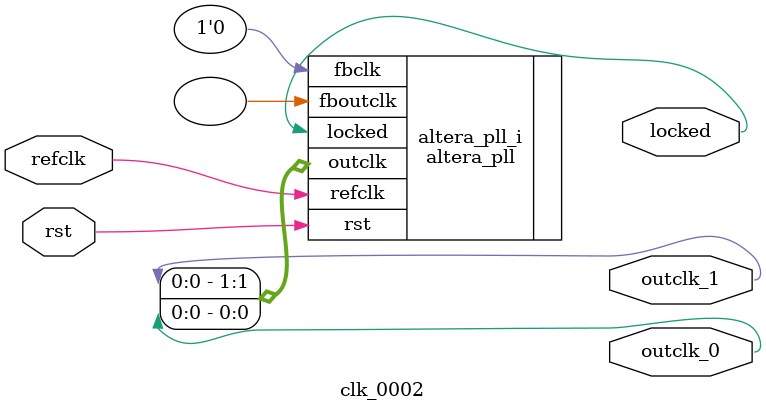
<source format=v>
`timescale 1ns/10ps
module  clk_0002(

	// interface 'refclk'
	input wire refclk,

	// interface 'reset'
	input wire rst,

	// interface 'outclk0'
	output wire outclk_0,

	// interface 'outclk1'
	output wire outclk_1,

	// interface 'locked'
	output wire locked
);

	altera_pll #(
		.fractional_vco_multiplier("false"),
		.reference_clock_frequency("50.0 MHz"),
		.operation_mode("direct"),
		.number_of_clocks(2),
		.output_clock_frequency0("33.000000 MHz"),
		.phase_shift0("0 ps"),
		.duty_cycle0(50),
		.output_clock_frequency1("33.000000 MHz"),
		.phase_shift1("7576 ps"),
		.duty_cycle1(50),
		.output_clock_frequency2("0 MHz"),
		.phase_shift2("0 ps"),
		.duty_cycle2(50),
		.output_clock_frequency3("0 MHz"),
		.phase_shift3("0 ps"),
		.duty_cycle3(50),
		.output_clock_frequency4("0 MHz"),
		.phase_shift4("0 ps"),
		.duty_cycle4(50),
		.output_clock_frequency5("0 MHz"),
		.phase_shift5("0 ps"),
		.duty_cycle5(50),
		.output_clock_frequency6("0 MHz"),
		.phase_shift6("0 ps"),
		.duty_cycle6(50),
		.output_clock_frequency7("0 MHz"),
		.phase_shift7("0 ps"),
		.duty_cycle7(50),
		.output_clock_frequency8("0 MHz"),
		.phase_shift8("0 ps"),
		.duty_cycle8(50),
		.output_clock_frequency9("0 MHz"),
		.phase_shift9("0 ps"),
		.duty_cycle9(50),
		.output_clock_frequency10("0 MHz"),
		.phase_shift10("0 ps"),
		.duty_cycle10(50),
		.output_clock_frequency11("0 MHz"),
		.phase_shift11("0 ps"),
		.duty_cycle11(50),
		.output_clock_frequency12("0 MHz"),
		.phase_shift12("0 ps"),
		.duty_cycle12(50),
		.output_clock_frequency13("0 MHz"),
		.phase_shift13("0 ps"),
		.duty_cycle13(50),
		.output_clock_frequency14("0 MHz"),
		.phase_shift14("0 ps"),
		.duty_cycle14(50),
		.output_clock_frequency15("0 MHz"),
		.phase_shift15("0 ps"),
		.duty_cycle15(50),
		.output_clock_frequency16("0 MHz"),
		.phase_shift16("0 ps"),
		.duty_cycle16(50),
		.output_clock_frequency17("0 MHz"),
		.phase_shift17("0 ps"),
		.duty_cycle17(50),
		.pll_type("General"),
		.pll_subtype("General")
	) altera_pll_i (
		.rst	(rst),
		.outclk	({outclk_1, outclk_0}),
		.locked	(locked),
		.fboutclk	( ),
		.fbclk	(1'b0),
		.refclk	(refclk)
	);
endmodule


</source>
